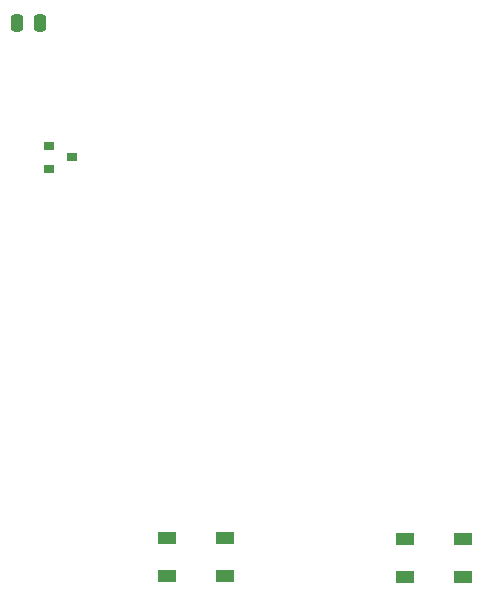
<source format=gbr>
%TF.GenerationSoftware,KiCad,Pcbnew,(7.0.0-0)*%
%TF.CreationDate,2023-02-22T23:46:15-06:00*%
%TF.ProjectId,first_keeb,66697273-745f-46b6-9565-622e6b696361,rev?*%
%TF.SameCoordinates,Original*%
%TF.FileFunction,Paste,Top*%
%TF.FilePolarity,Positive*%
%FSLAX46Y46*%
G04 Gerber Fmt 4.6, Leading zero omitted, Abs format (unit mm)*
G04 Created by KiCad (PCBNEW (7.0.0-0)) date 2023-02-22 23:46:15*
%MOMM*%
%LPD*%
G01*
G04 APERTURE LIST*
G04 Aperture macros list*
%AMRoundRect*
0 Rectangle with rounded corners*
0 $1 Rounding radius*
0 $2 $3 $4 $5 $6 $7 $8 $9 X,Y pos of 4 corners*
0 Add a 4 corners polygon primitive as box body*
4,1,4,$2,$3,$4,$5,$6,$7,$8,$9,$2,$3,0*
0 Add four circle primitives for the rounded corners*
1,1,$1+$1,$2,$3*
1,1,$1+$1,$4,$5*
1,1,$1+$1,$6,$7*
1,1,$1+$1,$8,$9*
0 Add four rect primitives between the rounded corners*
20,1,$1+$1,$2,$3,$4,$5,0*
20,1,$1+$1,$4,$5,$6,$7,0*
20,1,$1+$1,$6,$7,$8,$9,0*
20,1,$1+$1,$8,$9,$2,$3,0*%
G04 Aperture macros list end*
%ADD10R,0.900000X0.800000*%
%ADD11R,1.500000X1.000000*%
%ADD12RoundRect,0.250000X-0.250000X-0.475000X0.250000X-0.475000X0.250000X0.475000X-0.250000X0.475000X0*%
G04 APERTURE END LIST*
D10*
%TO.C,SHUNT*%
X58649999Y-81484999D03*
X56649999Y-82434999D03*
X56649999Y-80534999D03*
%TD*%
D11*
%TO.C,REF\u002A\u002A*%
X91749999Y-113804999D03*
X91749999Y-117004999D03*
X86849999Y-117004999D03*
X86849999Y-113804999D03*
%TD*%
%TO.C,REF\u002A\u002A*%
X71599999Y-113694999D03*
X71599999Y-116894999D03*
X66699999Y-116894999D03*
X66699999Y-113694999D03*
%TD*%
D12*
%TO.C,10uF*%
X55910000Y-70115000D03*
X54010000Y-70115000D03*
%TD*%
M02*

</source>
